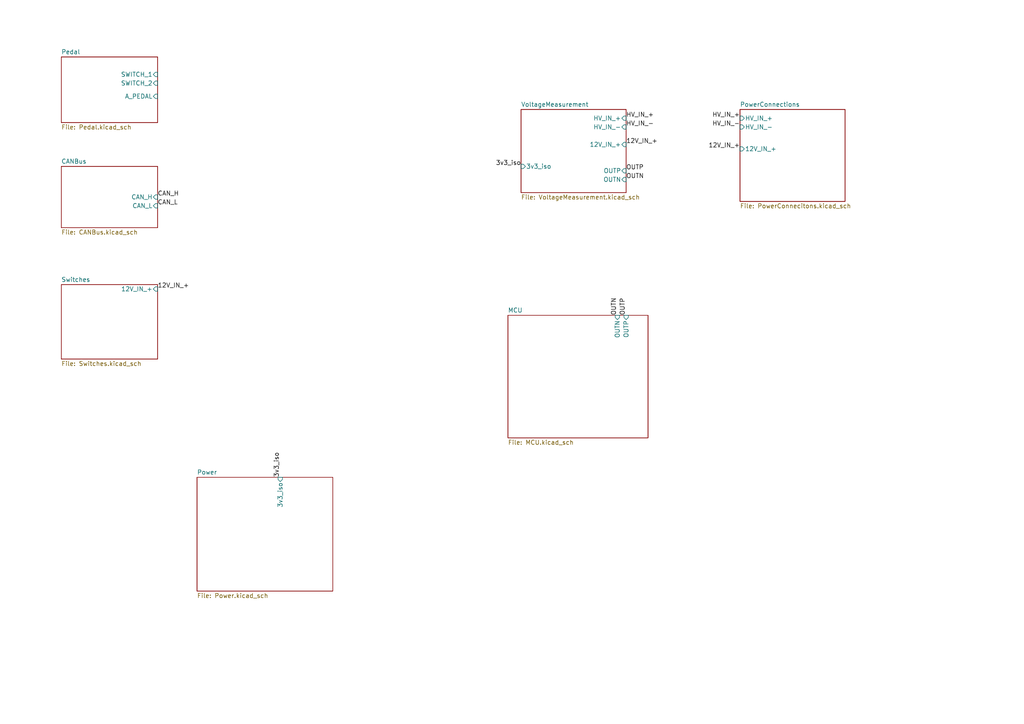
<source format=kicad_sch>
(kicad_sch
	(version 20231120)
	(generator "eeschema")
	(generator_version "8.0")
	(uuid "e87d5277-7d46-4d0d-9217-730b2b1f3b51")
	(paper "A4")
	(lib_symbols)
	(label "OUTP"
		(at 181.61 49.53 0)
		(effects
			(font
				(size 1.27 1.27)
			)
			(justify left bottom)
		)
		(uuid "167a4377-fd18-4426-a5da-860a8045b3a0")
	)
	(label "OUTN"
		(at 179.07 91.44 90)
		(effects
			(font
				(size 1.27 1.27)
			)
			(justify left bottom)
		)
		(uuid "18acb2c2-fbb4-4417-b17c-f7c05a06c0a3")
	)
	(label "12V_IN_+"
		(at 181.61 41.91 0)
		(effects
			(font
				(size 1.27 1.27)
			)
			(justify left bottom)
		)
		(uuid "3004efca-ae92-4911-868c-26dbf6650551")
	)
	(label "3v3_iso"
		(at 81.28 138.43 90)
		(effects
			(font
				(size 1.27 1.27)
			)
			(justify left bottom)
		)
		(uuid "41946b59-ac39-494f-8ad2-dbd8e8ef7f17")
	)
	(label "HV_IN_-"
		(at 181.61 36.83 0)
		(effects
			(font
				(size 1.27 1.27)
			)
			(justify left bottom)
		)
		(uuid "724befe0-5618-4b60-a87d-9e504f563b4d")
	)
	(label "OUTP"
		(at 181.61 91.44 90)
		(effects
			(font
				(size 1.27 1.27)
			)
			(justify left bottom)
		)
		(uuid "7cfd8eb5-8df0-4ad3-8526-a12787757f61")
	)
	(label "12V_IN_+"
		(at 45.72 83.82 0)
		(effects
			(font
				(size 1.27 1.27)
			)
			(justify left bottom)
		)
		(uuid "839c6278-270c-4a6a-93cd-18b57a9f391b")
	)
	(label "OUTN"
		(at 181.61 52.07 0)
		(effects
			(font
				(size 1.27 1.27)
			)
			(justify left bottom)
		)
		(uuid "8965a029-993d-405c-ad2e-33017e270450")
	)
	(label "CAN_L"
		(at 45.72 59.69 0)
		(effects
			(font
				(size 1.27 1.27)
			)
			(justify left bottom)
		)
		(uuid "a5e6e2e0-a862-4784-8e07-2a43215fb79e")
	)
	(label "3v3_iso"
		(at 151.13 48.26 180)
		(effects
			(font
				(size 1.27 1.27)
			)
			(justify right bottom)
		)
		(uuid "b14b649e-a7f7-42dd-a300-674dbe30b731")
	)
	(label "CAN_H"
		(at 45.72 57.15 0)
		(effects
			(font
				(size 1.27 1.27)
			)
			(justify left bottom)
		)
		(uuid "b5492983-6a30-40db-9fbb-85ee37f93c68")
	)
	(label "12V_IN_+"
		(at 214.63 43.18 180)
		(effects
			(font
				(size 1.27 1.27)
			)
			(justify right bottom)
		)
		(uuid "ba381bc0-2720-4358-a5fb-8b896fd0c6eb")
	)
	(label "HV_IN_-"
		(at 214.63 36.83 180)
		(effects
			(font
				(size 1.27 1.27)
			)
			(justify right bottom)
		)
		(uuid "c564a6cd-badf-4e08-bc36-3a45e52c9f76")
	)
	(label "HV_IN_+"
		(at 181.61 34.29 0)
		(effects
			(font
				(size 1.27 1.27)
			)
			(justify left bottom)
		)
		(uuid "f8cdb90e-4824-4741-b2f5-3e44864cc06e")
	)
	(label "HV_IN_+"
		(at 214.63 34.29 180)
		(effects
			(font
				(size 1.27 1.27)
			)
			(justify right bottom)
		)
		(uuid "f949736a-e9e7-428b-98b4-a18150c108a9")
	)
	(sheet
		(at 17.78 82.55)
		(size 27.94 21.59)
		(fields_autoplaced yes)
		(stroke
			(width 0.1524)
			(type solid)
		)
		(fill
			(color 0 0 0 0.0000)
		)
		(uuid "046cb4b6-373a-499c-873b-20d725dfa794")
		(property "Sheetname" "Switches"
			(at 17.78 81.8384 0)
			(effects
				(font
					(size 1.27 1.27)
				)
				(justify left bottom)
			)
		)
		(property "Sheetfile" "Switches.kicad_sch"
			(at 17.78 104.7246 0)
			(effects
				(font
					(size 1.27 1.27)
				)
				(justify left top)
			)
		)
		(pin "12V_IN_+" input
			(at 45.72 83.82 0)
			(effects
				(font
					(size 1.27 1.27)
				)
				(justify right)
			)
			(uuid "60e9e36a-9c3a-4e48-9bee-71b4e56f4cf7")
		)
		(instances
			(project "MainController"
				(path "/e87d5277-7d46-4d0d-9217-730b2b1f3b51"
					(page "5")
				)
			)
		)
	)
	(sheet
		(at 17.78 48.26)
		(size 27.94 17.78)
		(fields_autoplaced yes)
		(stroke
			(width 0.1524)
			(type solid)
		)
		(fill
			(color 0 0 0 0.0000)
		)
		(uuid "36459019-b0f5-4788-9899-072982c72177")
		(property "Sheetname" "CANBus"
			(at 17.78 47.5484 0)
			(effects
				(font
					(size 1.27 1.27)
				)
				(justify left bottom)
			)
		)
		(property "Sheetfile" "CANBus.kicad_sch"
			(at 17.78 66.6246 0)
			(effects
				(font
					(size 1.27 1.27)
				)
				(justify left top)
			)
		)
		(pin "CAN_L" input
			(at 45.72 59.69 0)
			(effects
				(font
					(size 1.27 1.27)
				)
				(justify right)
			)
			(uuid "8ae94e08-d8bb-4dc9-a90f-29303f47a4a2")
		)
		(pin "CAN_H" input
			(at 45.72 57.15 0)
			(effects
				(font
					(size 1.27 1.27)
				)
				(justify right)
			)
			(uuid "462594e2-6b4b-41e5-b34b-2e0582b5ea6e")
		)
		(instances
			(project "MainController"
				(path "/e87d5277-7d46-4d0d-9217-730b2b1f3b51"
					(page "3")
				)
			)
		)
	)
	(sheet
		(at 57.15 138.43)
		(size 39.37 33.02)
		(fields_autoplaced yes)
		(stroke
			(width 0.1524)
			(type solid)
		)
		(fill
			(color 0 0 0 0.0000)
		)
		(uuid "ad01f32f-d0f5-4462-9cfb-0d910c1228e2")
		(property "Sheetname" "Power"
			(at 57.15 137.7184 0)
			(effects
				(font
					(size 1.27 1.27)
				)
				(justify left bottom)
			)
		)
		(property "Sheetfile" "Power.kicad_sch"
			(at 57.15 172.0346 0)
			(effects
				(font
					(size 1.27 1.27)
				)
				(justify left top)
			)
		)
		(pin "3v3_iso" input
			(at 81.28 138.43 90)
			(effects
				(font
					(size 1.27 1.27)
				)
				(justify right)
			)
			(uuid "76671cde-4e49-4993-9933-525b913a7079")
		)
		(instances
			(project "MainController"
				(path "/e87d5277-7d46-4d0d-9217-730b2b1f3b51"
					(page "6")
				)
			)
		)
	)
	(sheet
		(at 147.32 91.44)
		(size 40.64 35.56)
		(fields_autoplaced yes)
		(stroke
			(width 0.1524)
			(type solid)
		)
		(fill
			(color 0 0 0 0.0000)
		)
		(uuid "b2d7480c-88e7-4e8a-baef-63c3b951d615")
		(property "Sheetname" "MCU"
			(at 147.32 90.7284 0)
			(effects
				(font
					(size 1.27 1.27)
				)
				(justify left bottom)
			)
		)
		(property "Sheetfile" "MCU.kicad_sch"
			(at 147.32 127.5846 0)
			(effects
				(font
					(size 1.27 1.27)
				)
				(justify left top)
			)
		)
		(pin "OUTN" input
			(at 179.07 91.44 90)
			(effects
				(font
					(size 1.27 1.27)
				)
				(justify right)
			)
			(uuid "9fda8644-0743-4f17-a2f1-6ddfad519cc6")
		)
		(pin "OUTP" input
			(at 181.61 91.44 90)
			(effects
				(font
					(size 1.27 1.27)
				)
				(justify right)
			)
			(uuid "1bbf71be-eb9f-454a-9df9-6a29ca049327")
		)
		(instances
			(project "MainController"
				(path "/e87d5277-7d46-4d0d-9217-730b2b1f3b51"
					(page "4")
				)
			)
		)
	)
	(sheet
		(at 151.13 31.75)
		(size 30.48 24.13)
		(fields_autoplaced yes)
		(stroke
			(width 0.1524)
			(type solid)
		)
		(fill
			(color 0 0 0 0.0000)
		)
		(uuid "df213dea-268f-4d9c-83b6-0d719d94eaa5")
		(property "Sheetname" "VoltageMeasurement"
			(at 151.13 31.0384 0)
			(effects
				(font
					(size 1.27 1.27)
				)
				(justify left bottom)
			)
		)
		(property "Sheetfile" "VoltageMeasurement.kicad_sch"
			(at 151.13 56.4646 0)
			(effects
				(font
					(size 1.27 1.27)
				)
				(justify left top)
			)
		)
		(pin "HV_IN_+" input
			(at 181.61 34.29 0)
			(effects
				(font
					(size 1.27 1.27)
				)
				(justify right)
			)
			(uuid "eedcfe16-caa3-48e3-ace3-3ec726fc29bd")
		)
		(pin "HV_IN_-" input
			(at 181.61 36.83 0)
			(effects
				(font
					(size 1.27 1.27)
				)
				(justify right)
			)
			(uuid "e743442b-569c-49bd-aff9-dd070affbc68")
		)
		(pin "12V_IN_+" input
			(at 181.61 41.91 0)
			(effects
				(font
					(size 1.27 1.27)
				)
				(justify right)
			)
			(uuid "aed5b494-54dc-4096-8ce0-b0465a42f847")
		)
		(pin "OUTN" input
			(at 181.61 52.07 0)
			(effects
				(font
					(size 1.27 1.27)
				)
				(justify right)
			)
			(uuid "75644c40-19bf-4c03-bb32-bf7449e4fecf")
		)
		(pin "OUTP" input
			(at 181.61 49.53 0)
			(effects
				(font
					(size 1.27 1.27)
				)
				(justify right)
			)
			(uuid "e3d1db02-cf17-4531-b444-bc928e7a04c7")
		)
		(pin "3v3_iso" input
			(at 151.13 48.26 180)
			(effects
				(font
					(size 1.27 1.27)
				)
				(justify left)
			)
			(uuid "3ff3244b-5513-4229-9bd2-189d429c0210")
		)
		(instances
			(project "MainController"
				(path "/e87d5277-7d46-4d0d-9217-730b2b1f3b51"
					(page "7")
				)
			)
		)
	)
	(sheet
		(at 214.63 31.75)
		(size 30.48 26.67)
		(fields_autoplaced yes)
		(stroke
			(width 0.1524)
			(type solid)
		)
		(fill
			(color 0 0 0 0.0000)
		)
		(uuid "e3258dc7-a6c2-4af0-bf8b-570778281705")
		(property "Sheetname" "PowerConnections"
			(at 214.63 31.0384 0)
			(effects
				(font
					(size 1.27 1.27)
				)
				(justify left bottom)
			)
		)
		(property "Sheetfile" "PowerConnecitons.kicad_sch"
			(at 214.63 59.0046 0)
			(effects
				(font
					(size 1.27 1.27)
				)
				(justify left top)
			)
		)
		(pin "HV_IN_+" input
			(at 214.63 34.29 180)
			(effects
				(font
					(size 1.27 1.27)
				)
				(justify left)
			)
			(uuid "3e8fd6ed-24b2-4235-af4b-b26578b697fa")
		)
		(pin "HV_IN_-" input
			(at 214.63 36.83 180)
			(effects
				(font
					(size 1.27 1.27)
				)
				(justify left)
			)
			(uuid "33583c3c-7499-4e9d-8741-dee80c9d9fc5")
		)
		(pin "12V_IN_+" input
			(at 214.63 43.18 180)
			(effects
				(font
					(size 1.27 1.27)
				)
				(justify left)
			)
			(uuid "b954a8c6-ee85-4737-a963-84a5c094047e")
		)
		(instances
			(project "MainController"
				(path "/e87d5277-7d46-4d0d-9217-730b2b1f3b51"
					(page "8")
				)
			)
		)
	)
	(sheet
		(at 17.78 16.51)
		(size 27.94 19.05)
		(fields_autoplaced yes)
		(stroke
			(width 0.1524)
			(type solid)
		)
		(fill
			(color 0 0 0 0.0000)
		)
		(uuid "ed185488-2539-4a94-b5d7-cab32557e0b9")
		(property "Sheetname" "Pedal"
			(at 17.78 15.7984 0)
			(effects
				(font
					(size 1.27 1.27)
				)
				(justify left bottom)
			)
		)
		(property "Sheetfile" "Pedal.kicad_sch"
			(at 17.78 36.1446 0)
			(effects
				(font
					(size 1.27 1.27)
				)
				(justify left top)
			)
		)
		(pin "A_PEDAL" input
			(at 45.72 27.94 0)
			(effects
				(font
					(size 1.27 1.27)
				)
				(justify right)
			)
			(uuid "9a601ed8-85ba-4d2a-aee3-98bbf292a8f8")
		)
		(pin "SWITCH_2" input
			(at 45.72 24.13 0)
			(effects
				(font
					(size 1.27 1.27)
				)
				(justify right)
			)
			(uuid "37ac68ea-3467-47e0-9314-8e5b7489cb97")
		)
		(pin "SWITCH_1" input
			(at 45.72 21.59 0)
			(effects
				(font
					(size 1.27 1.27)
				)
				(justify right)
			)
			(uuid "2f8238cc-d65e-490d-aeab-e2f890b7589f")
		)
		(instances
			(project "MainController"
				(path "/e87d5277-7d46-4d0d-9217-730b2b1f3b51"
					(page "2")
				)
			)
		)
	)
	(sheet_instances
		(path "/"
			(page "1")
		)
	)
)

</source>
